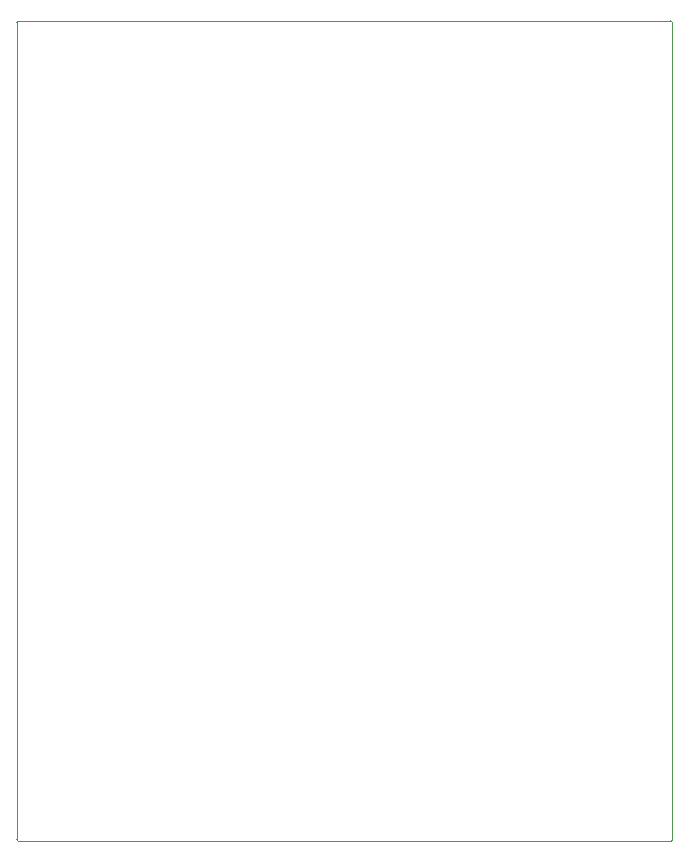
<source format=gbr>
G04*
G04 #@! TF.GenerationSoftware,Altium Limited,Altium Designer,25.2.1 (25)*
G04*
G04 Layer_Color=0*
%FSLAX25Y25*%
%MOIN*%
G70*
G04*
G04 #@! TF.SameCoordinates,CDFB58AD-87DA-4B59-9970-4E5CFD4F10CE*
G04*
G04*
G04 #@! TF.FilePolarity,Positive*
G04*
G01*
G75*
%ADD78C,0.00100*%
D78*
X481498Y107500D02*
G03*
X482000Y106999I501J0D01*
G01*
X695996Y106999D01*
X697000D01*
X696000Y106999D01*
X699500D01*
D02*
G03*
X700001Y107500I0J501D01*
G01*
X700001Y380000D01*
D02*
G03*
X699500Y380502I-501J0D01*
G01*
X482000Y380502D01*
D02*
G03*
X481498Y380000I-0J-501D01*
G01*
X481498Y107500D01*
M02*

</source>
